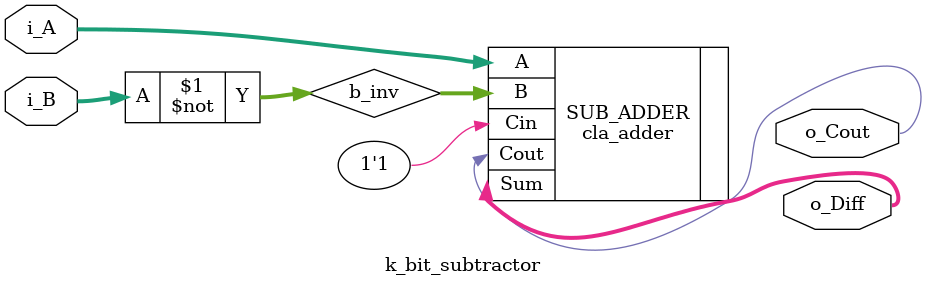
<source format=v>
`timescale 1ns / 1ps


module full_adder (
    input  wire a,
    input  wire b,
    input  wire cin,
    output wire sum,
    output wire cout
);
    assign sum = a ^ b ^ cin;
    assign cout = (a & b) | (a & cin) | (b & cin);
endmodule


module ripple_carry_adder #(
    parameter K = 9 // K is the total width
) (
    input  wire [K-1:0] i_A,
    input  wire [K-1:0] i_B,
    input  wire         i_Cin,
    output wire [K-1:0] o_Sum,
    output wire         o_Cout
);
    wire [K:0] carry_wire;
    assign carry_wire[0] = i_Cin;
    generate
        genvar i;
        for (i = 0; i < K; i = i + 1) begin : rca_chain
            full_adder fa_inst (
                .a    (i_A[i]),
                .b    (i_B[i]),
                .cin  (carry_wire[i]),
                .sum  (o_Sum[i]),
                .cout (carry_wire[i+1])
            );
        end
    endgenerate
    assign o_Cout = carry_wire[K];
endmodule

module k_bit_subtractor #(
    parameter K = 8
)(
    input  wire [K-1:0] i_A,
    input  wire [K-1:0] i_B,
    output wire [K-1:0] o_Diff,
    output wire         o_Cout
);

    // Invert B
    wire [K-1:0] b_inv = ~i_B;

    // Two's complement: A + (~B) + 1
    cla_adder #(
        .K(K)
    ) SUB_ADDER (
        .A   (i_A),
        .B   (b_inv),
        .Cin (1'b1),     // add +1
        .Sum (o_Diff),
        .Cout(o_Cout)    // "NOT BORROW" bit
    );

endmodule

</source>
